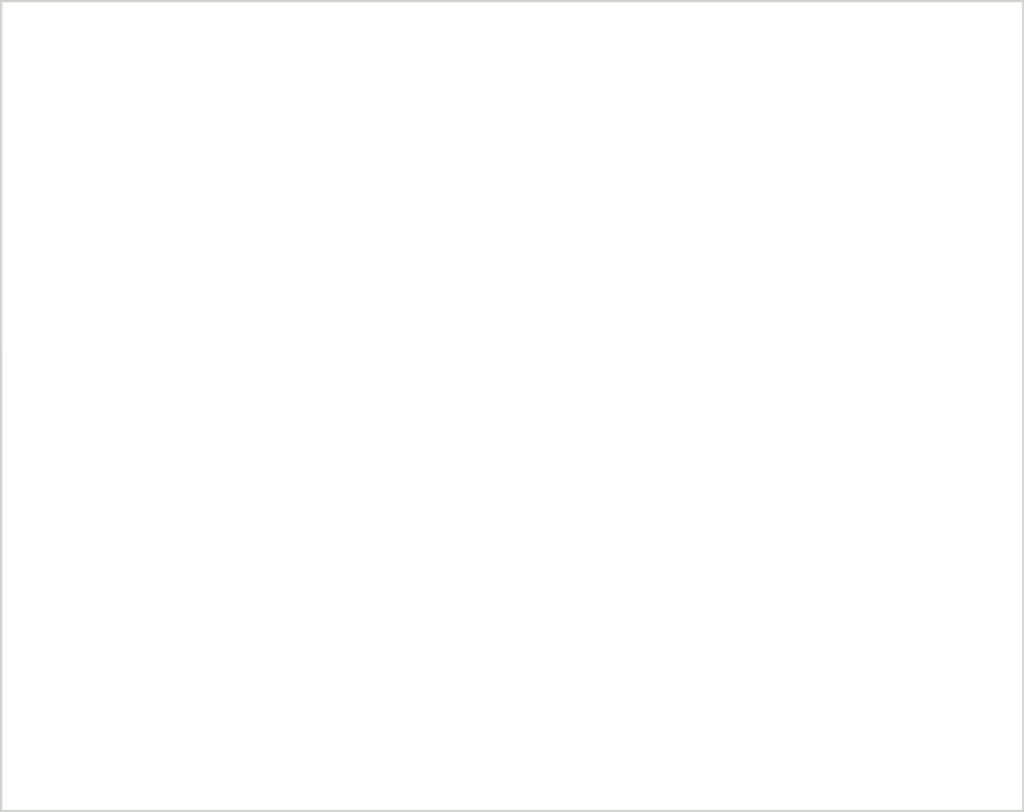
<source format=kicad_pcb>
(kicad_pcb (version 4) (host pcbnew 0.201506142247+5748~23~ubuntu14.04.1-product)

  (general
    (links 0)
    (no_connects 0)
    (area 0 0 0 0)
    (thickness 1.6)
    (drawings 5)
    (tracks 0)
    (zones 0)
    (modules 0)
    (nets 1)
  )

  (page A4)
  (layers
    (0 F.Cu signal)
    (31 B.Cu signal)
    (32 B.Adhes user)
    (33 F.Adhes user)
    (34 B.Paste user)
    (35 F.Paste user)
    (36 B.SilkS user)
    (37 F.SilkS user)
    (38 B.Mask user)
    (39 F.Mask user)
    (40 Dwgs.User user)
    (41 Cmts.User user)
    (42 Eco1.User user)
    (43 Eco2.User user)
    (44 Edge.Cuts user)
    (45 Margin user)
    (46 B.CrtYd user)
    (47 F.CrtYd user)
    (48 B.Fab user)
    (49 F.Fab user)
  )

  (setup
    (last_trace_width 0.25)
    (trace_clearance 0.2)
    (zone_clearance 0.508)
    (zone_45_only no)
    (trace_min 0.2)
    (segment_width 0.2)
    (edge_width 0.15)
    (via_size 0.6)
    (via_drill 0.4)
    (via_min_size 0.4)
    (via_min_drill 0.3)
    (uvia_size 0.3)
    (uvia_drill 0.1)
    (uvias_allowed no)
    (uvia_min_size 0.2)
    (uvia_min_drill 0.1)
    (pcb_text_width 0.3)
    (pcb_text_size 1.5 1.5)
    (mod_edge_width 0.15)
    (mod_text_size 1 1)
    (mod_text_width 0.15)
    (pad_size 1.524 1.524)
    (pad_drill 0.762)
    (pad_to_mask_clearance 0.2)
    (aux_axis_origin 0 0)
    (visible_elements FFFFFF7F)
    (pcbplotparams
      (layerselection 0x00030_80000001)
      (usegerberextensions false)
      (excludeedgelayer true)
      (linewidth 0.150000)
      (plotframeref false)
      (viasonmask false)
      (mode 1)
      (useauxorigin false)
      (hpglpennumber 1)
      (hpglpenspeed 20)
      (hpglpendiameter 15)
      (hpglpenoverlay 2)
      (psnegative false)
      (psa4output false)
      (plotreference true)
      (plotvalue true)
      (plotinvisibletext false)
      (padsonsilk false)
      (subtractmaskfromsilk false)
      (outputformat 1)
      (mirror false)
      (drillshape 1)
      (scaleselection 1)
      (outputdirectory ""))
  )

  (net 0 "")

  (net_class Default "This is the default net class."
    (clearance 0.2)
    (trace_width 0.25)
    (via_dia 0.6)
    (via_drill 0.4)
    (uvia_dia 0.3)
    (uvia_drill 0.1)
  )

  (gr_line (start 73.66 48.26) (end 73.66 71.12) (angle 90) (layer Edge.Cuts) (width 0.15))
  (gr_line (start 140.97 48.26) (end 73.66 48.26) (angle 90) (layer Edge.Cuts) (width 0.15))
  (gr_line (start 140.97 101.6) (end 140.97 48.26) (angle 90) (layer Edge.Cuts) (width 0.15))
  (gr_line (start 73.66 101.6) (end 140.97 101.6) (angle 90) (layer Edge.Cuts) (width 0.15))
  (gr_line (start 73.66 48.26) (end 73.66 101.6) (angle 90) (layer Edge.Cuts) (width 0.15))

)

</source>
